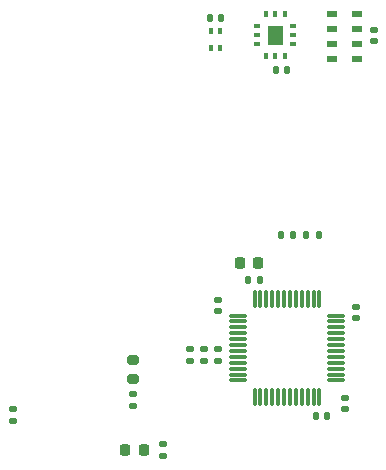
<source format=gbr>
%TF.GenerationSoftware,KiCad,Pcbnew,9.0.0*%
%TF.CreationDate,2025-02-22T18:12:42-05:00*%
%TF.ProjectId,SensorModuleBreakout,53656e73-6f72-44d6-9f64-756c65427265,rev?*%
%TF.SameCoordinates,Original*%
%TF.FileFunction,Paste,Top*%
%TF.FilePolarity,Positive*%
%FSLAX46Y46*%
G04 Gerber Fmt 4.6, Leading zero omitted, Abs format (unit mm)*
G04 Created by KiCad (PCBNEW 9.0.0) date 2025-02-22 18:12:42*
%MOMM*%
%LPD*%
G01*
G04 APERTURE LIST*
G04 Aperture macros list*
%AMRoundRect*
0 Rectangle with rounded corners*
0 $1 Rounding radius*
0 $2 $3 $4 $5 $6 $7 $8 $9 X,Y pos of 4 corners*
0 Add a 4 corners polygon primitive as box body*
4,1,4,$2,$3,$4,$5,$6,$7,$8,$9,$2,$3,0*
0 Add four circle primitives for the rounded corners*
1,1,$1+$1,$2,$3*
1,1,$1+$1,$4,$5*
1,1,$1+$1,$6,$7*
1,1,$1+$1,$8,$9*
0 Add four rect primitives between the rounded corners*
20,1,$1+$1,$2,$3,$4,$5,0*
20,1,$1+$1,$4,$5,$6,$7,0*
20,1,$1+$1,$6,$7,$8,$9,0*
20,1,$1+$1,$8,$9,$2,$3,0*%
G04 Aperture macros list end*
%ADD10C,0.010000*%
%ADD11RoundRect,0.218750X-0.218750X-0.256250X0.218750X-0.256250X0.218750X0.256250X-0.218750X0.256250X0*%
%ADD12R,0.950000X0.550000*%
%ADD13R,0.550000X0.300000*%
%ADD14R,0.300000X0.550000*%
%ADD15RoundRect,0.075000X-0.662500X-0.075000X0.662500X-0.075000X0.662500X0.075000X-0.662500X0.075000X0*%
%ADD16RoundRect,0.075000X-0.075000X-0.662500X0.075000X-0.662500X0.075000X0.662500X-0.075000X0.662500X0*%
%ADD17RoundRect,0.135000X-0.185000X0.135000X-0.185000X-0.135000X0.185000X-0.135000X0.185000X0.135000X0*%
%ADD18R,0.300000X0.500000*%
%ADD19RoundRect,0.225000X-0.225000X-0.250000X0.225000X-0.250000X0.225000X0.250000X-0.225000X0.250000X0*%
%ADD20RoundRect,0.140000X0.140000X0.170000X-0.140000X0.170000X-0.140000X-0.170000X0.140000X-0.170000X0*%
%ADD21RoundRect,0.135000X-0.135000X-0.185000X0.135000X-0.185000X0.135000X0.185000X-0.135000X0.185000X0*%
%ADD22RoundRect,0.140000X-0.170000X0.140000X-0.170000X-0.140000X0.170000X-0.140000X0.170000X0.140000X0*%
%ADD23RoundRect,0.135000X0.185000X-0.135000X0.185000X0.135000X-0.185000X0.135000X-0.185000X-0.135000X0*%
%ADD24RoundRect,0.135000X0.135000X0.185000X-0.135000X0.185000X-0.135000X-0.185000X0.135000X-0.185000X0*%
%ADD25RoundRect,0.200000X-0.275000X0.200000X-0.275000X-0.200000X0.275000X-0.200000X0.275000X0.200000X0*%
%ADD26RoundRect,0.140000X-0.140000X-0.170000X0.140000X-0.170000X0.140000X0.170000X-0.140000X0.170000X0*%
%ADD27RoundRect,0.140000X0.170000X-0.140000X0.170000X0.140000X-0.170000X0.140000X-0.170000X-0.140000X0*%
G04 APERTURE END LIST*
D10*
%TO.C,U3*%
X130570000Y-62730000D02*
X129430000Y-62730000D01*
X129430000Y-61270000D01*
X130570000Y-61270000D01*
X130570000Y-62730000D01*
G36*
X130570000Y-62730000D02*
G01*
X129430000Y-62730000D01*
X129430000Y-61270000D01*
X130570000Y-61270000D01*
X130570000Y-62730000D01*
G37*
%TD*%
D11*
%TO.C,D1*%
X118900000Y-97100000D03*
X117325000Y-97100000D03*
%TD*%
D12*
%TO.C,U5*%
X136950000Y-64000000D03*
X136950000Y-62750000D03*
X136950000Y-61500000D03*
X136950000Y-60250000D03*
X134800000Y-60250000D03*
X134800000Y-61500000D03*
X134800000Y-62750000D03*
X134800000Y-64000000D03*
%TD*%
D13*
%TO.C,U3*%
X128475000Y-61200000D03*
X128475000Y-62000000D03*
X128475000Y-62800000D03*
D14*
X129200000Y-63775000D03*
X130000000Y-63775000D03*
X130800000Y-63775000D03*
D13*
X131525000Y-62800000D03*
X131525000Y-62000000D03*
X131525000Y-61200000D03*
D14*
X130800000Y-60225000D03*
X130000000Y-60225000D03*
X129200000Y-60225000D03*
%TD*%
D15*
%TO.C,U1*%
X126837500Y-85750000D03*
X126837500Y-86250000D03*
X126837500Y-86750000D03*
X126837500Y-87250000D03*
X126837500Y-87750000D03*
X126837500Y-88250000D03*
X126837500Y-88750000D03*
X126837500Y-89250000D03*
X126837500Y-89750000D03*
X126837500Y-90250000D03*
X126837500Y-90750000D03*
X126837500Y-91250000D03*
D16*
X128250000Y-92662500D03*
X128750000Y-92662500D03*
X129250000Y-92662500D03*
X129750000Y-92662500D03*
X130250000Y-92662500D03*
X130750000Y-92662500D03*
X131250000Y-92662500D03*
X131750000Y-92662500D03*
X132250000Y-92662500D03*
X132750000Y-92662500D03*
X133250000Y-92662500D03*
X133750000Y-92662500D03*
D15*
X135162500Y-91250000D03*
X135162500Y-90750000D03*
X135162500Y-90250000D03*
X135162500Y-89750000D03*
X135162500Y-89250000D03*
X135162500Y-88750000D03*
X135162500Y-88250000D03*
X135162500Y-87750000D03*
X135162500Y-87250000D03*
X135162500Y-86750000D03*
X135162500Y-86250000D03*
X135162500Y-85750000D03*
D16*
X133750000Y-84337500D03*
X133250000Y-84337500D03*
X132750000Y-84337500D03*
X132250000Y-84337500D03*
X131750000Y-84337500D03*
X131250000Y-84337500D03*
X130750000Y-84337500D03*
X130250000Y-84337500D03*
X129750000Y-84337500D03*
X129250000Y-84337500D03*
X128750000Y-84337500D03*
X128250000Y-84337500D03*
%TD*%
D17*
%TO.C,R6*%
X120500000Y-96590000D03*
X120500000Y-97610000D03*
%TD*%
D18*
%TO.C,U2*%
X124525000Y-63100000D03*
X125325000Y-63100000D03*
X125325000Y-61700000D03*
X124525000Y-61700000D03*
%TD*%
D19*
%TO.C,C1*%
X127025000Y-81300000D03*
X128575000Y-81300000D03*
%TD*%
D20*
%TO.C,C4*%
X134380000Y-94250000D03*
X133420000Y-94250000D03*
%TD*%
D21*
%TO.C,R2*%
X132650000Y-78900000D03*
X133670000Y-78900000D03*
%TD*%
D17*
%TO.C,R5*%
X117950000Y-92390000D03*
X117950000Y-93410000D03*
%TD*%
D22*
%TO.C,C12*%
X135950000Y-92720000D03*
X135950000Y-93680000D03*
%TD*%
D23*
%TO.C,R1*%
X107800000Y-94660000D03*
X107800000Y-93640000D03*
%TD*%
D24*
%TO.C,R3*%
X131470000Y-78900000D03*
X130450000Y-78900000D03*
%TD*%
D25*
%TO.C,R4*%
X117950000Y-89475000D03*
X117950000Y-91125000D03*
%TD*%
D26*
%TO.C,C2*%
X127720000Y-82700000D03*
X128680000Y-82700000D03*
%TD*%
D27*
%TO.C,C8*%
X122800000Y-89580000D03*
X122800000Y-88620000D03*
%TD*%
D20*
%TO.C,C10*%
X131005000Y-65000000D03*
X130045000Y-65000000D03*
%TD*%
D22*
%TO.C,C3*%
X136800000Y-85020000D03*
X136800000Y-85980000D03*
%TD*%
D27*
%TO.C,C7*%
X124000000Y-89580000D03*
X124000000Y-88620000D03*
%TD*%
%TO.C,C11*%
X138325000Y-62527500D03*
X138325000Y-61567500D03*
%TD*%
%TO.C,C6*%
X125200000Y-89580000D03*
X125200000Y-88620000D03*
%TD*%
%TO.C,C5*%
X125200000Y-85380000D03*
X125200000Y-84420000D03*
%TD*%
D20*
%TO.C,C9*%
X125405000Y-60600000D03*
X124445000Y-60600000D03*
%TD*%
M02*

</source>
